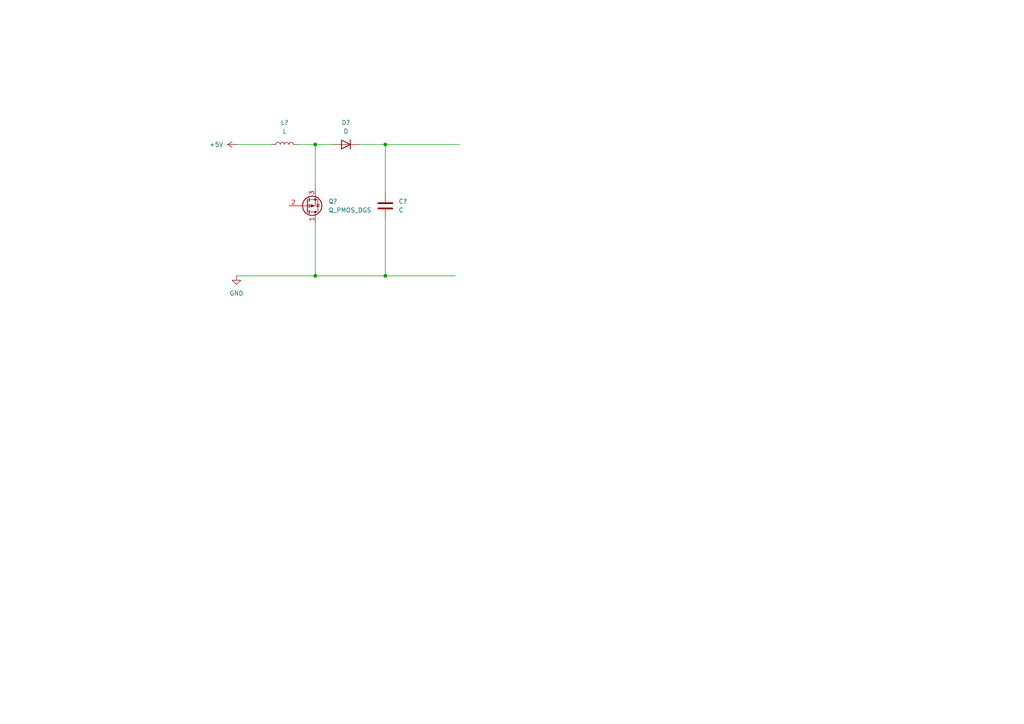
<source format=kicad_sch>
(kicad_sch (version 20211123) (generator eeschema)

  (uuid 23190760-b0ba-4a1a-8ec0-30c3bd10f6df)

  (paper "A4")

  (lib_symbols
    (symbol "Device:C" (pin_numbers hide) (pin_names (offset 0.254)) (in_bom yes) (on_board yes)
      (property "Reference" "C" (id 0) (at 0.635 2.54 0)
        (effects (font (size 1.27 1.27)) (justify left))
      )
      (property "Value" "C" (id 1) (at 0.635 -2.54 0)
        (effects (font (size 1.27 1.27)) (justify left))
      )
      (property "Footprint" "" (id 2) (at 0.9652 -3.81 0)
        (effects (font (size 1.27 1.27)) hide)
      )
      (property "Datasheet" "~" (id 3) (at 0 0 0)
        (effects (font (size 1.27 1.27)) hide)
      )
      (property "ki_keywords" "cap capacitor" (id 4) (at 0 0 0)
        (effects (font (size 1.27 1.27)) hide)
      )
      (property "ki_description" "Unpolarized capacitor" (id 5) (at 0 0 0)
        (effects (font (size 1.27 1.27)) hide)
      )
      (property "ki_fp_filters" "C_*" (id 6) (at 0 0 0)
        (effects (font (size 1.27 1.27)) hide)
      )
      (symbol "C_0_1"
        (polyline
          (pts
            (xy -2.032 -0.762)
            (xy 2.032 -0.762)
          )
          (stroke (width 0.508) (type default) (color 0 0 0 0))
          (fill (type none))
        )
        (polyline
          (pts
            (xy -2.032 0.762)
            (xy 2.032 0.762)
          )
          (stroke (width 0.508) (type default) (color 0 0 0 0))
          (fill (type none))
        )
      )
      (symbol "C_1_1"
        (pin passive line (at 0 3.81 270) (length 2.794)
          (name "~" (effects (font (size 1.27 1.27))))
          (number "1" (effects (font (size 1.27 1.27))))
        )
        (pin passive line (at 0 -3.81 90) (length 2.794)
          (name "~" (effects (font (size 1.27 1.27))))
          (number "2" (effects (font (size 1.27 1.27))))
        )
      )
    )
    (symbol "Device:D" (pin_numbers hide) (pin_names (offset 1.016) hide) (in_bom yes) (on_board yes)
      (property "Reference" "D" (id 0) (at 0 2.54 0)
        (effects (font (size 1.27 1.27)))
      )
      (property "Value" "D" (id 1) (at 0 -2.54 0)
        (effects (font (size 1.27 1.27)))
      )
      (property "Footprint" "" (id 2) (at 0 0 0)
        (effects (font (size 1.27 1.27)) hide)
      )
      (property "Datasheet" "~" (id 3) (at 0 0 0)
        (effects (font (size 1.27 1.27)) hide)
      )
      (property "ki_keywords" "diode" (id 4) (at 0 0 0)
        (effects (font (size 1.27 1.27)) hide)
      )
      (property "ki_description" "Diode" (id 5) (at 0 0 0)
        (effects (font (size 1.27 1.27)) hide)
      )
      (property "ki_fp_filters" "TO-???* *_Diode_* *SingleDiode* D_*" (id 6) (at 0 0 0)
        (effects (font (size 1.27 1.27)) hide)
      )
      (symbol "D_0_1"
        (polyline
          (pts
            (xy -1.27 1.27)
            (xy -1.27 -1.27)
          )
          (stroke (width 0.254) (type default) (color 0 0 0 0))
          (fill (type none))
        )
        (polyline
          (pts
            (xy 1.27 0)
            (xy -1.27 0)
          )
          (stroke (width 0) (type default) (color 0 0 0 0))
          (fill (type none))
        )
        (polyline
          (pts
            (xy 1.27 1.27)
            (xy 1.27 -1.27)
            (xy -1.27 0)
            (xy 1.27 1.27)
          )
          (stroke (width 0.254) (type default) (color 0 0 0 0))
          (fill (type none))
        )
      )
      (symbol "D_1_1"
        (pin passive line (at -3.81 0 0) (length 2.54)
          (name "K" (effects (font (size 1.27 1.27))))
          (number "1" (effects (font (size 1.27 1.27))))
        )
        (pin passive line (at 3.81 0 180) (length 2.54)
          (name "A" (effects (font (size 1.27 1.27))))
          (number "2" (effects (font (size 1.27 1.27))))
        )
      )
    )
    (symbol "Device:L" (pin_numbers hide) (pin_names (offset 1.016) hide) (in_bom yes) (on_board yes)
      (property "Reference" "L" (id 0) (at -1.27 0 90)
        (effects (font (size 1.27 1.27)))
      )
      (property "Value" "L" (id 1) (at 1.905 0 90)
        (effects (font (size 1.27 1.27)))
      )
      (property "Footprint" "" (id 2) (at 0 0 0)
        (effects (font (size 1.27 1.27)) hide)
      )
      (property "Datasheet" "~" (id 3) (at 0 0 0)
        (effects (font (size 1.27 1.27)) hide)
      )
      (property "ki_keywords" "inductor choke coil reactor magnetic" (id 4) (at 0 0 0)
        (effects (font (size 1.27 1.27)) hide)
      )
      (property "ki_description" "Inductor" (id 5) (at 0 0 0)
        (effects (font (size 1.27 1.27)) hide)
      )
      (property "ki_fp_filters" "Choke_* *Coil* Inductor_* L_*" (id 6) (at 0 0 0)
        (effects (font (size 1.27 1.27)) hide)
      )
      (symbol "L_0_1"
        (arc (start 0 -2.54) (mid 0.635 -1.905) (end 0 -1.27)
          (stroke (width 0) (type default) (color 0 0 0 0))
          (fill (type none))
        )
        (arc (start 0 -1.27) (mid 0.635 -0.635) (end 0 0)
          (stroke (width 0) (type default) (color 0 0 0 0))
          (fill (type none))
        )
        (arc (start 0 0) (mid 0.635 0.635) (end 0 1.27)
          (stroke (width 0) (type default) (color 0 0 0 0))
          (fill (type none))
        )
        (arc (start 0 1.27) (mid 0.635 1.905) (end 0 2.54)
          (stroke (width 0) (type default) (color 0 0 0 0))
          (fill (type none))
        )
      )
      (symbol "L_1_1"
        (pin passive line (at 0 3.81 270) (length 1.27)
          (name "1" (effects (font (size 1.27 1.27))))
          (number "1" (effects (font (size 1.27 1.27))))
        )
        (pin passive line (at 0 -3.81 90) (length 1.27)
          (name "2" (effects (font (size 1.27 1.27))))
          (number "2" (effects (font (size 1.27 1.27))))
        )
      )
    )
    (symbol "Device:Q_PMOS_DGS" (pin_names (offset 0) hide) (in_bom yes) (on_board yes)
      (property "Reference" "Q" (id 0) (at 5.08 1.27 0)
        (effects (font (size 1.27 1.27)) (justify left))
      )
      (property "Value" "Q_PMOS_DGS" (id 1) (at 5.08 -1.27 0)
        (effects (font (size 1.27 1.27)) (justify left))
      )
      (property "Footprint" "" (id 2) (at 5.08 2.54 0)
        (effects (font (size 1.27 1.27)) hide)
      )
      (property "Datasheet" "~" (id 3) (at 0 0 0)
        (effects (font (size 1.27 1.27)) hide)
      )
      (property "ki_keywords" "transistor PMOS P-MOS P-MOSFET" (id 4) (at 0 0 0)
        (effects (font (size 1.27 1.27)) hide)
      )
      (property "ki_description" "P-MOSFET transistor, drain/gate/source" (id 5) (at 0 0 0)
        (effects (font (size 1.27 1.27)) hide)
      )
      (symbol "Q_PMOS_DGS_0_1"
        (polyline
          (pts
            (xy 0.254 0)
            (xy -2.54 0)
          )
          (stroke (width 0) (type default) (color 0 0 0 0))
          (fill (type none))
        )
        (polyline
          (pts
            (xy 0.254 1.905)
            (xy 0.254 -1.905)
          )
          (stroke (width 0.254) (type default) (color 0 0 0 0))
          (fill (type none))
        )
        (polyline
          (pts
            (xy 0.762 -1.27)
            (xy 0.762 -2.286)
          )
          (stroke (width 0.254) (type default) (color 0 0 0 0))
          (fill (type none))
        )
        (polyline
          (pts
            (xy 0.762 0.508)
            (xy 0.762 -0.508)
          )
          (stroke (width 0.254) (type default) (color 0 0 0 0))
          (fill (type none))
        )
        (polyline
          (pts
            (xy 0.762 2.286)
            (xy 0.762 1.27)
          )
          (stroke (width 0.254) (type default) (color 0 0 0 0))
          (fill (type none))
        )
        (polyline
          (pts
            (xy 2.54 2.54)
            (xy 2.54 1.778)
          )
          (stroke (width 0) (type default) (color 0 0 0 0))
          (fill (type none))
        )
        (polyline
          (pts
            (xy 2.54 -2.54)
            (xy 2.54 0)
            (xy 0.762 0)
          )
          (stroke (width 0) (type default) (color 0 0 0 0))
          (fill (type none))
        )
        (polyline
          (pts
            (xy 0.762 1.778)
            (xy 3.302 1.778)
            (xy 3.302 -1.778)
            (xy 0.762 -1.778)
          )
          (stroke (width 0) (type default) (color 0 0 0 0))
          (fill (type none))
        )
        (polyline
          (pts
            (xy 2.286 0)
            (xy 1.27 0.381)
            (xy 1.27 -0.381)
            (xy 2.286 0)
          )
          (stroke (width 0) (type default) (color 0 0 0 0))
          (fill (type outline))
        )
        (polyline
          (pts
            (xy 2.794 -0.508)
            (xy 2.921 -0.381)
            (xy 3.683 -0.381)
            (xy 3.81 -0.254)
          )
          (stroke (width 0) (type default) (color 0 0 0 0))
          (fill (type none))
        )
        (polyline
          (pts
            (xy 3.302 -0.381)
            (xy 2.921 0.254)
            (xy 3.683 0.254)
            (xy 3.302 -0.381)
          )
          (stroke (width 0) (type default) (color 0 0 0 0))
          (fill (type none))
        )
        (circle (center 1.651 0) (radius 2.794)
          (stroke (width 0.254) (type default) (color 0 0 0 0))
          (fill (type none))
        )
        (circle (center 2.54 -1.778) (radius 0.254)
          (stroke (width 0) (type default) (color 0 0 0 0))
          (fill (type outline))
        )
        (circle (center 2.54 1.778) (radius 0.254)
          (stroke (width 0) (type default) (color 0 0 0 0))
          (fill (type outline))
        )
      )
      (symbol "Q_PMOS_DGS_1_1"
        (pin passive line (at 2.54 5.08 270) (length 2.54)
          (name "D" (effects (font (size 1.27 1.27))))
          (number "1" (effects (font (size 1.27 1.27))))
        )
        (pin input line (at -5.08 0 0) (length 2.54)
          (name "G" (effects (font (size 1.27 1.27))))
          (number "2" (effects (font (size 1.27 1.27))))
        )
        (pin passive line (at 2.54 -5.08 90) (length 2.54)
          (name "S" (effects (font (size 1.27 1.27))))
          (number "3" (effects (font (size 1.27 1.27))))
        )
      )
    )
    (symbol "power:+5V" (power) (pin_names (offset 0)) (in_bom yes) (on_board yes)
      (property "Reference" "#PWR" (id 0) (at 0 -3.81 0)
        (effects (font (size 1.27 1.27)) hide)
      )
      (property "Value" "+5V" (id 1) (at 0 3.556 0)
        (effects (font (size 1.27 1.27)))
      )
      (property "Footprint" "" (id 2) (at 0 0 0)
        (effects (font (size 1.27 1.27)) hide)
      )
      (property "Datasheet" "" (id 3) (at 0 0 0)
        (effects (font (size 1.27 1.27)) hide)
      )
      (property "ki_keywords" "global power" (id 4) (at 0 0 0)
        (effects (font (size 1.27 1.27)) hide)
      )
      (property "ki_description" "Power symbol creates a global label with name \"+5V\"" (id 5) (at 0 0 0)
        (effects (font (size 1.27 1.27)) hide)
      )
      (symbol "+5V_0_1"
        (polyline
          (pts
            (xy -0.762 1.27)
            (xy 0 2.54)
          )
          (stroke (width 0) (type default) (color 0 0 0 0))
          (fill (type none))
        )
        (polyline
          (pts
            (xy 0 0)
            (xy 0 2.54)
          )
          (stroke (width 0) (type default) (color 0 0 0 0))
          (fill (type none))
        )
        (polyline
          (pts
            (xy 0 2.54)
            (xy 0.762 1.27)
          )
          (stroke (width 0) (type default) (color 0 0 0 0))
          (fill (type none))
        )
      )
      (symbol "+5V_1_1"
        (pin power_in line (at 0 0 90) (length 0) hide
          (name "+5V" (effects (font (size 1.27 1.27))))
          (number "1" (effects (font (size 1.27 1.27))))
        )
      )
    )
    (symbol "power:GND" (power) (pin_names (offset 0)) (in_bom yes) (on_board yes)
      (property "Reference" "#PWR" (id 0) (at 0 -6.35 0)
        (effects (font (size 1.27 1.27)) hide)
      )
      (property "Value" "GND" (id 1) (at 0 -3.81 0)
        (effects (font (size 1.27 1.27)))
      )
      (property "Footprint" "" (id 2) (at 0 0 0)
        (effects (font (size 1.27 1.27)) hide)
      )
      (property "Datasheet" "" (id 3) (at 0 0 0)
        (effects (font (size 1.27 1.27)) hide)
      )
      (property "ki_keywords" "global power" (id 4) (at 0 0 0)
        (effects (font (size 1.27 1.27)) hide)
      )
      (property "ki_description" "Power symbol creates a global label with name \"GND\" , ground" (id 5) (at 0 0 0)
        (effects (font (size 1.27 1.27)) hide)
      )
      (symbol "GND_0_1"
        (polyline
          (pts
            (xy 0 0)
            (xy 0 -1.27)
            (xy 1.27 -1.27)
            (xy 0 -2.54)
            (xy -1.27 -1.27)
            (xy 0 -1.27)
          )
          (stroke (width 0) (type default) (color 0 0 0 0))
          (fill (type none))
        )
      )
      (symbol "GND_1_1"
        (pin power_in line (at 0 0 270) (length 0) hide
          (name "GND" (effects (font (size 1.27 1.27))))
          (number "1" (effects (font (size 1.27 1.27))))
        )
      )
    )
  )

  (junction (at 91.44 80.01) (diameter 0) (color 0 0 0 0)
    (uuid 08044c37-0407-4ad9-9d20-a59b7a2e2b0e)
  )
  (junction (at 111.76 80.01) (diameter 0) (color 0 0 0 0)
    (uuid 2e8ce928-356d-42aa-a328-b4cd2a7b662d)
  )
  (junction (at 111.76 41.91) (diameter 0) (color 0 0 0 0)
    (uuid 75795c86-d3d8-421f-9d3e-6e0a24ce1727)
  )
  (junction (at 91.44 41.91) (diameter 0) (color 0 0 0 0)
    (uuid e9d60e75-080c-411d-8f66-115b27e1d000)
  )

  (wire (pts (xy 111.76 41.91) (xy 133.35 41.91))
    (stroke (width 0) (type default) (color 0 0 0 0))
    (uuid 03b8bbba-f589-49c0-bb1d-180121685189)
  )
  (wire (pts (xy 91.44 64.77) (xy 91.44 80.01))
    (stroke (width 0) (type default) (color 0 0 0 0))
    (uuid 0603bfbf-d85b-4aa7-b83e-b8fd0c551959)
  )
  (wire (pts (xy 91.44 41.91) (xy 96.52 41.91))
    (stroke (width 0) (type default) (color 0 0 0 0))
    (uuid 0adf841f-c38b-4bec-804e-0ede0b248532)
  )
  (wire (pts (xy 91.44 80.01) (xy 111.76 80.01))
    (stroke (width 0) (type default) (color 0 0 0 0))
    (uuid 4b583cb0-326f-4974-a29e-56de51bd5734)
  )
  (wire (pts (xy 111.76 80.01) (xy 132.08 80.01))
    (stroke (width 0) (type default) (color 0 0 0 0))
    (uuid 5a96fe60-93ae-442d-8e4d-b4e365a91ac4)
  )
  (wire (pts (xy 91.44 41.91) (xy 91.44 54.61))
    (stroke (width 0) (type default) (color 0 0 0 0))
    (uuid 5ba842f7-b45d-4fdb-8303-b7900a089851)
  )
  (wire (pts (xy 68.58 80.01) (xy 91.44 80.01))
    (stroke (width 0) (type default) (color 0 0 0 0))
    (uuid 5c8e1c38-6584-4745-951a-dedbfebf5cae)
  )
  (wire (pts (xy 78.74 41.91) (xy 68.58 41.91))
    (stroke (width 0) (type default) (color 0 0 0 0))
    (uuid 7d81fbf6-c7a8-4228-9d2b-fc8b288c1f06)
  )
  (wire (pts (xy 104.14 41.91) (xy 111.76 41.91))
    (stroke (width 0) (type default) (color 0 0 0 0))
    (uuid 84a2a0d9-b0a7-4310-8eaa-4f3a9630427a)
  )
  (wire (pts (xy 111.76 41.91) (xy 111.76 55.88))
    (stroke (width 0) (type default) (color 0 0 0 0))
    (uuid 97691ac8-3815-458e-8f26-fee6a6c6968b)
  )
  (wire (pts (xy 111.76 63.5) (xy 111.76 80.01))
    (stroke (width 0) (type default) (color 0 0 0 0))
    (uuid 9f038215-7478-486a-9b09-a785fedc92f8)
  )
  (wire (pts (xy 86.36 41.91) (xy 91.44 41.91))
    (stroke (width 0) (type default) (color 0 0 0 0))
    (uuid d5050ccf-07f1-4338-9988-3ef579fab247)
  )

  (symbol (lib_id "Device:C") (at 111.76 59.69 0) (unit 1)
    (in_bom yes) (on_board yes) (fields_autoplaced)
    (uuid 07e0b24d-14cc-41d5-bf92-654d193c2bd8)
    (property "Reference" "C?" (id 0) (at 115.57 58.4199 0)
      (effects (font (size 1.27 1.27)) (justify left))
    )
    (property "Value" "C" (id 1) (at 115.57 60.9599 0)
      (effects (font (size 1.27 1.27)) (justify left))
    )
    (property "Footprint" "" (id 2) (at 112.7252 63.5 0)
      (effects (font (size 1.27 1.27)) hide)
    )
    (property "Datasheet" "~" (id 3) (at 111.76 59.69 0)
      (effects (font (size 1.27 1.27)) hide)
    )
    (pin "1" (uuid ce232c94-38eb-4dbd-a48f-bfd877e286c4))
    (pin "2" (uuid 8e0093e9-18d8-4b6c-81f2-6fcdce57b4ed))
  )

  (symbol (lib_id "Device:D") (at 100.33 41.91 180) (unit 1)
    (in_bom yes) (on_board yes) (fields_autoplaced)
    (uuid a382e8db-f5f2-4f6d-bc02-c3a9f9f9a37a)
    (property "Reference" "D?" (id 0) (at 100.33 35.56 0))
    (property "Value" "D" (id 1) (at 100.33 38.1 0))
    (property "Footprint" "" (id 2) (at 100.33 41.91 0)
      (effects (font (size 1.27 1.27)) hide)
    )
    (property "Datasheet" "~" (id 3) (at 100.33 41.91 0)
      (effects (font (size 1.27 1.27)) hide)
    )
    (pin "1" (uuid a44ca768-2530-4e6c-adea-7fa980459990))
    (pin "2" (uuid 2cf842b6-7e1b-4dca-9bac-2fbb3dbc1b74))
  )

  (symbol (lib_id "Device:L") (at 82.55 41.91 90) (unit 1)
    (in_bom yes) (on_board yes) (fields_autoplaced)
    (uuid ae2f985e-a93a-4cff-b957-29e1f1d849a0)
    (property "Reference" "L?" (id 0) (at 82.55 35.56 90))
    (property "Value" "L" (id 1) (at 82.55 38.1 90))
    (property "Footprint" "" (id 2) (at 82.55 41.91 0)
      (effects (font (size 1.27 1.27)) hide)
    )
    (property "Datasheet" "~" (id 3) (at 82.55 41.91 0)
      (effects (font (size 1.27 1.27)) hide)
    )
    (pin "1" (uuid 68debf9d-a513-4c7f-a1a6-07d244f7fd8e))
    (pin "2" (uuid 8d965c32-c682-48a4-97cf-def46ae12619))
  )

  (symbol (lib_id "power:GND") (at 68.58 80.01 0) (unit 1)
    (in_bom yes) (on_board yes) (fields_autoplaced)
    (uuid ae304a25-8f44-4055-abbb-09ab05c95bbf)
    (property "Reference" "#PWR?" (id 0) (at 68.58 86.36 0)
      (effects (font (size 1.27 1.27)) hide)
    )
    (property "Value" "GND" (id 1) (at 68.58 85.09 0))
    (property "Footprint" "" (id 2) (at 68.58 80.01 0)
      (effects (font (size 1.27 1.27)) hide)
    )
    (property "Datasheet" "" (id 3) (at 68.58 80.01 0)
      (effects (font (size 1.27 1.27)) hide)
    )
    (pin "1" (uuid 23afec29-72dc-4d7e-87d7-0d0b8900daa6))
  )

  (symbol (lib_id "Device:Q_PMOS_DGS") (at 88.9 59.69 0) (mirror x) (unit 1)
    (in_bom yes) (on_board yes) (fields_autoplaced)
    (uuid c79db4d8-6fb9-4230-80be-033b335137ba)
    (property "Reference" "Q?" (id 0) (at 95.25 58.4199 0)
      (effects (font (size 1.27 1.27)) (justify left))
    )
    (property "Value" "Q_PMOS_DGS" (id 1) (at 95.25 60.9599 0)
      (effects (font (size 1.27 1.27)) (justify left))
    )
    (property "Footprint" "" (id 2) (at 93.98 62.23 0)
      (effects (font (size 1.27 1.27)) hide)
    )
    (property "Datasheet" "~" (id 3) (at 88.9 59.69 0)
      (effects (font (size 1.27 1.27)) hide)
    )
    (pin "1" (uuid dfe2ef5e-66ee-4484-8f4e-425f1dbf5c87))
    (pin "2" (uuid e4a1abf1-c22c-4afa-afcc-73d78032b84b))
    (pin "3" (uuid 51f67068-486d-4846-9015-aab6b5af5aee))
  )

  (symbol (lib_id "power:+5V") (at 68.58 41.91 90) (unit 1)
    (in_bom yes) (on_board yes) (fields_autoplaced)
    (uuid f7f5dcbb-c13e-4c96-bdcd-88da14348547)
    (property "Reference" "#PWR?" (id 0) (at 72.39 41.91 0)
      (effects (font (size 1.27 1.27)) hide)
    )
    (property "Value" "+5V" (id 1) (at 64.77 41.9099 90)
      (effects (font (size 1.27 1.27)) (justify left))
    )
    (property "Footprint" "" (id 2) (at 68.58 41.91 0)
      (effects (font (size 1.27 1.27)) hide)
    )
    (property "Datasheet" "" (id 3) (at 68.58 41.91 0)
      (effects (font (size 1.27 1.27)) hide)
    )
    (pin "1" (uuid 9f97fb9a-82a9-4036-a9a1-504d9602a495))
  )

  (sheet_instances
    (path "/" (page "1"))
  )

  (symbol_instances
    (path "/ae304a25-8f44-4055-abbb-09ab05c95bbf"
      (reference "#PWR?") (unit 1) (value "GND") (footprint "")
    )
    (path "/f7f5dcbb-c13e-4c96-bdcd-88da14348547"
      (reference "#PWR?") (unit 1) (value "+5V") (footprint "")
    )
    (path "/07e0b24d-14cc-41d5-bf92-654d193c2bd8"
      (reference "C?") (unit 1) (value "C") (footprint "")
    )
    (path "/a382e8db-f5f2-4f6d-bc02-c3a9f9f9a37a"
      (reference "D?") (unit 1) (value "D") (footprint "")
    )
    (path "/ae2f985e-a93a-4cff-b957-29e1f1d849a0"
      (reference "L?") (unit 1) (value "L") (footprint "")
    )
    (path "/c79db4d8-6fb9-4230-80be-033b335137ba"
      (reference "Q?") (unit 1) (value "Q_PMOS_DGS") (footprint "")
    )
  )
)

</source>
